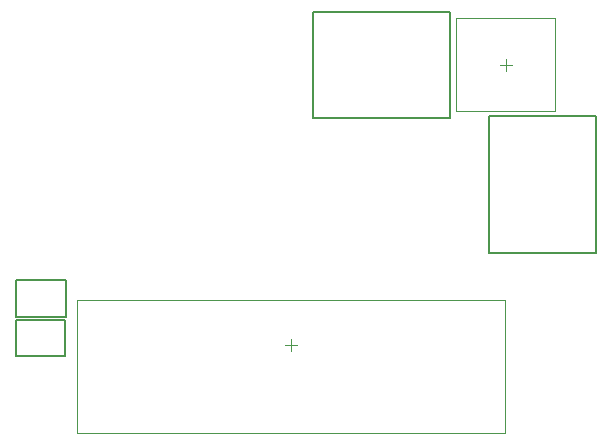
<source format=gbr>
%TF.GenerationSoftware,Altium Limited,Altium Designer,24.7.2 (38)*%
G04 Layer_Color=8388736*
%FSLAX43Y43*%
%MOMM*%
%TF.SameCoordinates,A6C98B59-F63B-4C8E-8392-574C2285590F*%
%TF.FilePolarity,Positive*%
%TF.FileFunction,Other,Bottom_Courtyard*%
%TF.Part,Single*%
G01*
G75*
%TA.AperFunction,NonConductor*%
%ADD35C,0.200*%
%ADD59C,0.050*%
D35*
X31850Y20575D02*
Y29575D01*
X43450D01*
Y20575D02*
Y29575D01*
X31850Y20575D02*
X43450D01*
X6746Y6825D02*
X10949D01*
X6746Y3725D02*
Y6825D01*
Y3725D02*
X10949D01*
Y6825D01*
X55825Y9100D02*
Y20700D01*
X46825D02*
X55825D01*
X46825Y9100D02*
Y20700D01*
Y9100D02*
X55825D01*
X10927Y389D02*
Y3489D01*
X6723Y389D02*
X10927D01*
X6723D02*
Y3489D01*
X10927D01*
D59*
X44000Y21125D02*
X52400D01*
Y29025D01*
X44000D02*
X52400D01*
X44000Y21125D02*
Y29025D01*
X48200Y24575D02*
Y25575D01*
X47700Y25075D02*
X48700D01*
X29500Y1350D02*
X30500D01*
X30000Y850D02*
Y1850D01*
X11870Y5145D02*
X48130D01*
X11870Y-6120D02*
Y5145D01*
Y-6120D02*
X48130D01*
Y5145D01*
%TF.MD5,8fc44c77c63e6c0189f088c3440cc2bf*%
M02*

</source>
